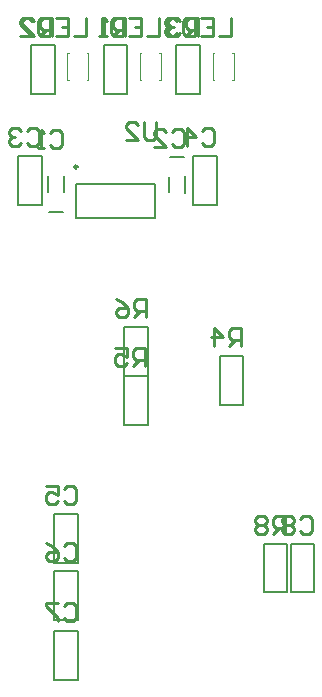
<source format=gbo>
G04*
G04 #@! TF.GenerationSoftware,Altium Limited,Altium Designer,18.1.6 (161)*
G04*
G04 Layer_Color=32896*
%FSLAX25Y25*%
%MOIN*%
G70*
G01*
G75*
%ADD11C,0.01000*%
%ADD14C,0.00787*%
%ADD15C,0.00984*%
%ADD17C,0.00400*%
%ADD65C,0.00500*%
D11*
X127993Y296764D02*
Y302762D01*
X124994D01*
X123994Y301763D01*
Y299763D01*
X124994Y298763D01*
X127993D01*
X125994D02*
X123994Y296764D01*
X121995Y301763D02*
X120995Y302762D01*
X118996D01*
X117996Y301763D01*
Y300763D01*
X118996Y299763D01*
X119996D01*
X118996D01*
X117996Y298763D01*
Y297764D01*
X118996Y296764D01*
X120995D01*
X121995Y297764D01*
X114009Y268087D02*
Y263089D01*
X113010Y262089D01*
X111010D01*
X110010Y263089D01*
Y268087D01*
X104012Y262089D02*
X108011D01*
X104012Y266088D01*
Y267087D01*
X105012Y268087D01*
X107011D01*
X108011Y267087D01*
X156956Y130691D02*
Y136689D01*
X153957D01*
X152957Y135689D01*
Y133690D01*
X153957Y132690D01*
X156956D01*
X154956D02*
X152957Y130691D01*
X150958Y135689D02*
X149958Y136689D01*
X147959D01*
X146959Y135689D01*
Y134689D01*
X147959Y133690D01*
X146959Y132690D01*
Y131690D01*
X147959Y130691D01*
X149958D01*
X150958Y131690D01*
Y132690D01*
X149958Y133690D01*
X150958Y134689D01*
Y135689D01*
X149958Y133690D02*
X147959D01*
X110597Y202976D02*
Y208974D01*
X107598D01*
X106598Y207975D01*
Y205975D01*
X107598Y204976D01*
X110597D01*
X108598D02*
X106598Y202976D01*
X100600Y208974D02*
X102600Y207975D01*
X104599Y205975D01*
Y203976D01*
X103599Y202976D01*
X101600D01*
X100600Y203976D01*
Y204976D01*
X101600Y205975D01*
X104599D01*
X110583Y186578D02*
Y192576D01*
X107584D01*
X106584Y191576D01*
Y189577D01*
X107584Y188577D01*
X110583D01*
X108583D02*
X106584Y186578D01*
X100586Y192576D02*
X104585D01*
Y189577D01*
X102585Y190577D01*
X101586D01*
X100586Y189577D01*
Y187578D01*
X101586Y186578D01*
X103585D01*
X104585Y187578D01*
X142411Y193239D02*
Y199237D01*
X139412D01*
X138412Y198238D01*
Y196238D01*
X139412Y195239D01*
X142411D01*
X140412D02*
X138412Y193239D01*
X133414D02*
Y199237D01*
X136413Y196238D01*
X132414D01*
X79533Y296864D02*
Y302862D01*
X76534D01*
X75534Y301863D01*
Y299863D01*
X76534Y298864D01*
X79533D01*
X77534D02*
X75534Y296864D01*
X69536D02*
X73535D01*
X69536Y300863D01*
Y301863D01*
X70536Y302862D01*
X72535D01*
X73535Y301863D01*
X103813Y296784D02*
Y302782D01*
X100814D01*
X99814Y301782D01*
Y299783D01*
X100814Y298783D01*
X103813D01*
X101814D02*
X99814Y296784D01*
X97815D02*
X95816D01*
X96815D01*
Y302782D01*
X97815Y301782D01*
X139133Y302812D02*
Y296814D01*
X135134D01*
X129136Y302812D02*
X133135D01*
Y296814D01*
X129136D01*
X133135Y299813D02*
X131136D01*
X127137Y302812D02*
Y296814D01*
X124138D01*
X123138Y297814D01*
Y301813D01*
X124138Y302812D01*
X127137D01*
X121139Y301813D02*
X120139Y302812D01*
X118140D01*
X117140Y301813D01*
Y300813D01*
X118140Y299813D01*
X119140D01*
X118140D01*
X117140Y298814D01*
Y297814D01*
X118140Y296814D01*
X120139D01*
X121139Y297814D01*
X90773Y302812D02*
Y296814D01*
X86774D01*
X80776Y302812D02*
X84775D01*
Y296814D01*
X80776D01*
X84775Y299813D02*
X82776D01*
X78777Y302812D02*
Y296814D01*
X75778D01*
X74778Y297814D01*
Y301813D01*
X75778Y302812D01*
X78777D01*
X68780Y296814D02*
X72779D01*
X68780Y300813D01*
Y301813D01*
X69780Y302812D01*
X71779D01*
X72779Y301813D01*
X114995Y302857D02*
Y296859D01*
X110997D01*
X104999Y302857D02*
X108997D01*
Y296859D01*
X104999D01*
X108997Y299858D02*
X106998D01*
X102999Y302857D02*
Y296859D01*
X100000D01*
X99001Y297859D01*
Y301857D01*
X100000Y302857D01*
X102999D01*
X97001Y296859D02*
X95002D01*
X96001D01*
Y302857D01*
X97001Y301857D01*
X162073Y135760D02*
X163073Y136759D01*
X165072D01*
X166072Y135760D01*
Y131761D01*
X165072Y130761D01*
X163073D01*
X162073Y131761D01*
X160074Y135760D02*
X159074Y136759D01*
X157074D01*
X156075Y135760D01*
Y134760D01*
X157074Y133760D01*
X156075Y132761D01*
Y131761D01*
X157074Y130761D01*
X159074D01*
X160074Y131761D01*
Y132761D01*
X159074Y133760D01*
X160074Y134760D01*
Y135760D01*
X159074Y133760D02*
X157074D01*
X83300Y106643D02*
X84299Y107643D01*
X86299D01*
X87298Y106643D01*
Y102645D01*
X86299Y101645D01*
X84299D01*
X83300Y102645D01*
X81300Y107643D02*
X77302D01*
Y106643D01*
X81300Y102645D01*
Y101645D01*
X83302Y126587D02*
X84302Y127587D01*
X86301D01*
X87301Y126587D01*
Y122589D01*
X86301Y121589D01*
X84302D01*
X83302Y122589D01*
X77304Y127587D02*
X79303Y126587D01*
X81303Y124588D01*
Y122589D01*
X80303Y121589D01*
X78304D01*
X77304Y122589D01*
Y123588D01*
X78304Y124588D01*
X81303D01*
X83302Y145587D02*
X84302Y146587D01*
X86301D01*
X87301Y145587D01*
Y141589D01*
X86301Y140589D01*
X84302D01*
X83302Y141589D01*
X77304Y146587D02*
X81303D01*
Y143588D01*
X79303Y144588D01*
X78304D01*
X77304Y143588D01*
Y141589D01*
X78304Y140589D01*
X80303D01*
X81303Y141589D01*
X129584Y264954D02*
X130584Y265954D01*
X132583D01*
X133583Y264954D01*
Y260955D01*
X132583Y259956D01*
X130584D01*
X129584Y260955D01*
X124586Y259956D02*
Y265954D01*
X127585Y262955D01*
X123586D01*
X71149Y264948D02*
X72148Y265948D01*
X74148D01*
X75147Y264948D01*
Y260949D01*
X74148Y259950D01*
X72148D01*
X71149Y260949D01*
X69149Y264948D02*
X68150Y265948D01*
X66150D01*
X65150Y264948D01*
Y263948D01*
X66150Y262949D01*
X67150D01*
X66150D01*
X65150Y261949D01*
Y260949D01*
X66150Y259950D01*
X68150D01*
X69149Y260949D01*
X119332Y264665D02*
X120332Y265664D01*
X122331D01*
X123331Y264665D01*
Y260666D01*
X122331Y259666D01*
X120332D01*
X119332Y260666D01*
X113334Y259666D02*
X117333D01*
X113334Y263665D01*
Y264665D01*
X114334Y265664D01*
X116333D01*
X117333Y264665D01*
X78833Y264342D02*
X79832Y265342D01*
X81832D01*
X82831Y264342D01*
Y260344D01*
X81832Y259344D01*
X79832D01*
X78833Y260344D01*
X76833Y259344D02*
X74834D01*
X75834D01*
Y265342D01*
X76833Y264342D01*
D14*
X118799Y256299D02*
X123524D01*
X123917Y244528D02*
Y249921D01*
X118405Y244567D02*
Y249882D01*
X113802Y236221D02*
Y247244D01*
X87424Y236221D02*
Y247244D01*
Y236221D02*
X113802D01*
X87424Y247244D02*
X113802D01*
X78347Y238189D02*
X83071D01*
X77953Y244567D02*
Y249961D01*
X83465Y244606D02*
Y249921D01*
D15*
X87916Y253150D02*
G03*
X87916Y253150I-492J0D01*
G01*
D17*
X108753Y281914D02*
X109253D01*
X108753D02*
Y290914D01*
X109253D01*
X115253Y281914D02*
X115753D01*
Y290914D01*
X115253D02*
X115753D01*
X132933Y281914D02*
X133433D01*
X132933D02*
Y290914D01*
X133433D01*
X139433Y281914D02*
X139933D01*
Y290914D01*
X139433D02*
X139933D01*
X84573Y281914D02*
X85073D01*
X84573D02*
Y290914D01*
X85073D01*
X91073Y281914D02*
X91573D01*
Y290914D01*
X91073D02*
X91573D01*
D65*
X128693Y277364D02*
Y293564D01*
X120893Y277364D02*
X128693D01*
X120893D02*
Y293564D01*
X128693D01*
X135372Y173790D02*
X143172D01*
Y189990D01*
X135372D02*
X143172D01*
X135372Y173790D02*
Y189990D01*
X103580Y199734D02*
X111380D01*
X103580Y183534D02*
Y199734D01*
Y183534D02*
X111380D01*
Y199734D01*
X103580Y167097D02*
X111380D01*
Y183297D01*
X103580D02*
X111380D01*
X103580Y167097D02*
Y183297D01*
X149939Y111290D02*
X157739D01*
Y127490D01*
X149939D02*
X157739D01*
X149939Y111290D02*
Y127490D01*
X88034Y102183D02*
Y118384D01*
X80234Y102183D02*
X88034D01*
X80234D02*
Y118384D01*
X88034D01*
X88034Y121184D02*
Y137383D01*
X80234Y121184D02*
X88034D01*
X80234D02*
Y137383D01*
X88034D01*
X88034Y82183D02*
Y98383D01*
X80234Y82183D02*
X88034D01*
X80234D02*
Y98383D01*
X88034D01*
X158994Y111290D02*
Y127490D01*
X166794D01*
Y111290D02*
Y127490D01*
X158994Y111290D02*
X166794D01*
X96713Y277364D02*
X104513D01*
Y293564D01*
X96713D02*
X104513D01*
X96713Y277364D02*
Y293564D01*
X68147Y240550D02*
Y256750D01*
X75947D01*
Y240550D02*
Y256750D01*
X68147Y240550D02*
X75947D01*
X134313Y240522D02*
Y256722D01*
X126513Y240522D02*
X134313D01*
X126513D02*
Y256722D01*
X134313D01*
X72533Y293564D02*
X80333D01*
X72533Y277364D02*
Y293564D01*
Y277364D02*
X80333D01*
Y293564D01*
M02*

</source>
